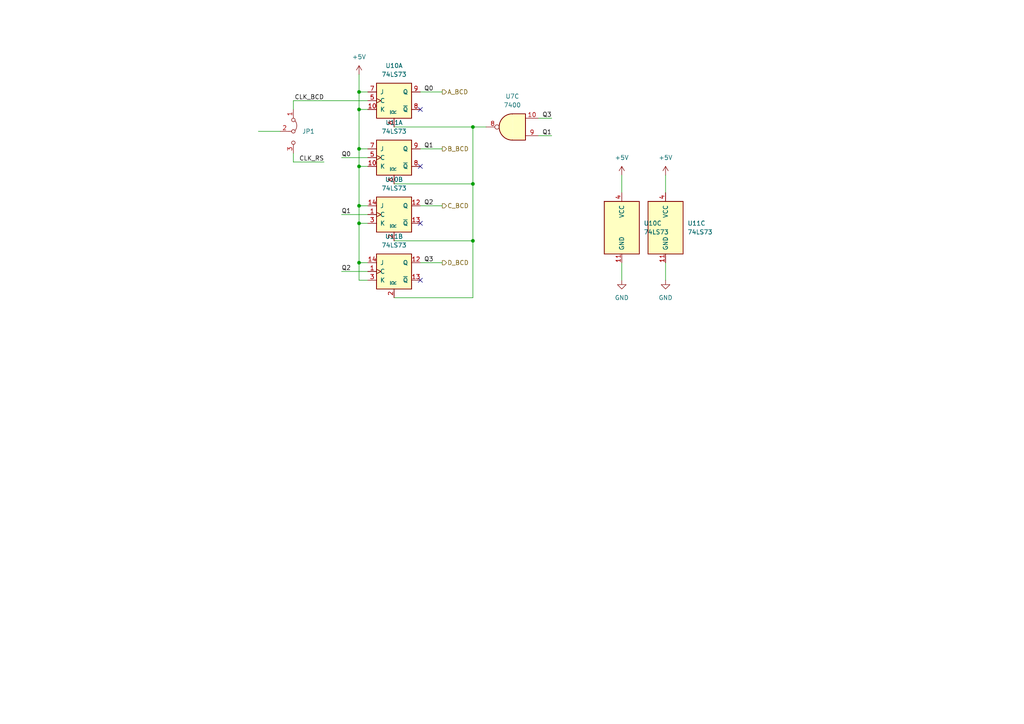
<source format=kicad_sch>
(kicad_sch (version 20230121) (generator eeschema)
  (paper "A4")
  (lib_symbols
    (symbol "74xx:7400" (pin_names (offset 1.016))
      (property "Reference" "U" (at 0 1.27 0))
      (property "Value" "7400" (at 0 -1.27 0))
      (symbol "7400_1_1"
        (arc (start 0 -3.81) (mid 3.7934 0) (end 0 3.81) (stroke (width 0.254)) (fill (type background)))
        (polyline (pts (xy 0 3.81) (xy -3.81 3.81) (xy -3.81 -3.81) (xy 0 -3.81)) (stroke (width 0.254)) (fill (type background)))
        (pin input line (at -7.62 2.54 0) (length 3.81) (name "~") (number "1"))
        (pin input line (at -7.62 -2.54 0) (length 3.81) (name "~") (number "2"))
        (pin output inverted (at 7.62 0 180) (length 3.81) (name "~") (number "3"))
      )
      (symbol "7400_1_2"
        (arc (start -3.81 -3.81) (mid -2.589 0) (end -3.81 3.81) (stroke (width 0.254)))
        (arc (start -0.6096 -3.81) (mid 2.1842 -2.5851) (end 3.81 0) (stroke (width 0.254)) (fill (type background)))
        (polyline (pts (xy -3.81 -3.81) (xy -0.635 -3.81)) (stroke (width 0.254)) (fill (type background)))
        (polyline (pts (xy -3.81 3.81) (xy -0.635 3.81)) (stroke (width 0.254)) (fill (type background)))
        (polyline (pts (xy -0.635 3.81) (xy -3.81 3.81) (xy -3.81 3.81) (xy -3.556 3.4036) (xy -3.0226 2.2606) (xy -2.6924 1.0414) (xy -2.6162 -0.254) (xy -2.7686 -1.4986) (xy -3.175 -2.7178) (xy -3.81 -3.81) (xy -3.81 -3.81) (xy -0.635 -3.81)) (stroke (width -25.4)) (fill (type background)))
        (arc (start 3.81 0) (mid 2.1915 2.5936) (end -0.6096 3.81) (stroke (width 0.254)) (fill (type background)))
        (pin input inverted (at -7.62 2.54 0) (length 4.318) (name "~") (number "1"))
        (pin input inverted (at -7.62 -2.54 0) (length 4.318) (name "~") (number "2"))
        (pin output line (at 7.62 0 180) (length 3.81) (name "~") (number "3"))
      )
      (symbol "7400_2_1"
        (arc (start 0 -3.81) (mid 3.7934 0) (end 0 3.81) (stroke (width 0.254)) (fill (type background)))
        (polyline (pts (xy 0 3.81) (xy -3.81 3.81) (xy -3.81 -3.81) (xy 0 -3.81)) (stroke (width 0.254)) (fill (type background)))
        (pin input line (at -7.62 2.54 0) (length 3.81) (name "~") (number "4"))
        (pin input line (at -7.62 -2.54 0) (length 3.81) (name "~") (number "5"))
        (pin output inverted (at 7.62 0 180) (length 3.81) (name "~") (number "6"))
      )
      (symbol "7400_2_2"
        (arc (start -3.81 -3.81) (mid -2.589 0) (end -3.81 3.81) (stroke (width 0.254)))
        (arc (start -0.6096 -3.81) (mid 2.1842 -2.5851) (end 3.81 0) (stroke (width 0.254)) (fill (type background)))
        (polyline (pts (xy -3.81 -3.81) (xy -0.635 -3.81)) (stroke (width 0.254)) (fill (type background)))
        (polyline (pts (xy -3.81 3.81) (xy -0.635 3.81)) (stroke (width 0.254)) (fill (type background)))
        (polyline (pts (xy -0.635 3.81) (xy -3.81 3.81) (xy -3.81 3.81) (xy -3.556 3.4036) (xy -3.0226 2.2606) (xy -2.6924 1.0414) (xy -2.6162 -0.254) (xy -2.7686 -1.4986) (xy -3.175 -2.7178) (xy -3.81 -3.81) (xy -3.81 -3.81) (xy -0.635 -3.81)) (stroke (width -25.4)) (fill (type background)))
        (arc (start 3.81 0) (mid 2.1915 2.5936) (end -0.6096 3.81) (stroke (width 0.254)) (fill (type background)))
        (pin input inverted (at -7.62 2.54 0) (length 4.318) (name "~") (number "4"))
        (pin input inverted (at -7.62 -2.54 0) (length 4.318) (name "~") (number "5"))
        (pin output line (at 7.62 0 180) (length 3.81) (name "~") (number "6"))
      )
      (symbol "7400_3_1"
        (arc (start 0 -3.81) (mid 3.7934 0) (end 0 3.81) (stroke (width 0.254)) (fill (type background)))
        (polyline (pts (xy 0 3.81) (xy -3.81 3.81) (xy -3.81 -3.81) (xy 0 -3.81)) (stroke (width 0.254)) (fill (type background)))
        (pin input line (at -7.62 -2.54 0) (length 3.81) (name "~") (number "10"))
        (pin output inverted (at 7.62 0 180) (length 3.81) (name "~") (number "8"))
        (pin input line (at -7.62 2.54 0) (length 3.81) (name "~") (number "9"))
      )
      (symbol "7400_3_2"
        (arc (start -3.81 -3.81) (mid -2.589 0) (end -3.81 3.81) (stroke (width 0.254)))
        (arc (start -0.6096 -3.81) (mid 2.1842 -2.5851) (end 3.81 0) (stroke (width 0.254)) (fill (type background)))
        (polyline (pts (xy -3.81 -3.81) (xy -0.635 -3.81)) (stroke (width 0.254)) (fill (type background)))
        (polyline (pts (xy -3.81 3.81) (xy -0.635 3.81)) (stroke (width 0.254)) (fill (type background)))
        (polyline (pts (xy -0.635 3.81) (xy -3.81 3.81) (xy -3.81 3.81) (xy -3.556 3.4036) (xy -3.0226 2.2606) (xy -2.6924 1.0414) (xy -2.6162 -0.254) (xy -2.7686 -1.4986) (xy -3.175 -2.7178) (xy -3.81 -3.81) (xy -3.81 -3.81) (xy -0.635 -3.81)) (stroke (width -25.4)) (fill (type background)))
        (arc (start 3.81 0) (mid 2.1915 2.5936) (end -0.6096 3.81) (stroke (width 0.254)) (fill (type background)))
        (pin input inverted (at -7.62 -2.54 0) (length 4.318) (name "~") (number "10"))
        (pin output line (at 7.62 0 180) (length 3.81) (name "~") (number "8"))
        (pin input inverted (at -7.62 2.54 0) (length 4.318) (name "~") (number "9"))
      )
      (symbol "7400_4_1"
        (arc (start 0 -3.81) (mid 3.7934 0) (end 0 3.81) (stroke (width 0.254)) (fill (type background)))
        (polyline (pts (xy 0 3.81) (xy -3.81 3.81) (xy -3.81 -3.81) (xy 0 -3.81)) (stroke (width 0.254)) (fill (type background)))
        (pin output inverted (at 7.62 0 180) (length 3.81) (name "~") (number "11"))
        (pin input line (at -7.62 2.54 0) (length 3.81) (name "~") (number "12"))
        (pin input line (at -7.62 -2.54 0) (length 3.81) (name "~") (number "13"))
      )
      (symbol "7400_4_2"
        (arc (start -3.81 -3.81) (mid -2.589 0) (end -3.81 3.81) (stroke (width 0.254)))
        (arc (start -0.6096 -3.81) (mid 2.1842 -2.5851) (end 3.81 0) (stroke (width 0.254)) (fill (type background)))
        (polyline (pts (xy -3.81 -3.81) (xy -0.635 -3.81)) (stroke (width 0.254)) (fill (type background)))
        (polyline (pts (xy -3.81 3.81) (xy -0.635 3.81)) (stroke (width 0.254)) (fill (type background)))
        (polyline (pts (xy -0.635 3.81) (xy -3.81 3.81) (xy -3.81 3.81) (xy -3.556 3.4036) (xy -3.0226 2.2606) (xy -2.6924 1.0414) (xy -2.6162 -0.254) (xy -2.7686 -1.4986) (xy -3.175 -2.7178) (xy -3.81 -3.81) (xy -3.81 -3.81) (xy -0.635 -3.81)) (stroke (width -25.4)) (fill (type background)))
        (arc (start 3.81 0) (mid 2.1915 2.5936) (end -0.6096 3.81) (stroke (width 0.254)) (fill (type background)))
        (pin output line (at 7.62 0 180) (length 3.81) (name "~") (number "11"))
        (pin input inverted (at -7.62 2.54 0) (length 4.318) (name "~") (number "12"))
        (pin input inverted (at -7.62 -2.54 0) (length 4.318) (name "~") (number "13"))
      )
      (symbol "7400_5_0"
        (pin power_in line (at 0 12.7 270) (length 5.08) (name "VCC") (number "14"))
        (pin power_in line (at 0 -12.7 90) (length 5.08) (name "GND") (number "7"))
      )
      (symbol "7400_5_1"
        (rectangle (start -5.08 7.62) (end 5.08 -7.62) (stroke (width 0.254)) (fill (type background)))
      )
    )
    (symbol "74xx:74LS73" (pin_names (offset 1.016))
      (property "Reference" "U" (at -7.62 8.89 0))
      (property "Value" "74LS73" (at -7.62 -8.89 0))
      (symbol "74LS73_1_0"
        (pin input line (at -7.62 -2.54 0) (length 2.54) (name "K") (number "10"))
        (pin input clock (at -7.62 0 0) (length 2.54) (name "C") (number "5"))
        (pin input line (at 0 -7.62 90) (length 2.54) (name "~{R}") (number "6"))
        (pin input line (at -7.62 2.54 0) (length 2.54) (name "J") (number "7"))
        (pin output line (at 7.62 -2.54 180) (length 2.54) (name "~{Q}") (number "8"))
        (pin output line (at 7.62 2.54 180) (length 2.54) (name "Q") (number "9"))
      )
      (symbol "74LS73_1_1"
        (rectangle (start -5.08 5.08) (end 5.08 -5.08) (stroke (width 0.254)) (fill (type background)))
      )
      (symbol "74LS73_2_0"
        (pin input clock (at -7.62 0 0) (length 2.54) (name "C") (number "1"))
        (pin output line (at 7.62 2.54 180) (length 2.54) (name "Q") (number "12"))
        (pin output line (at 7.62 -2.54 180) (length 2.54) (name "~{Q}") (number "13"))
        (pin input line (at -7.62 2.54 0) (length 2.54) (name "J") (number "14"))
        (pin input line (at 0 -7.62 90) (length 2.54) (name "~{R}") (number "2"))
        (pin input line (at -7.62 -2.54 0) (length 2.54) (name "K") (number "3"))
      )
      (symbol "74LS73_2_1"
        (rectangle (start -5.08 5.08) (end 5.08 -5.08) (stroke (width 0.254)) (fill (type background)))
      )
      (symbol "74LS73_3_0"
        (pin power_in line (at 0 -10.16 90) (length 2.54) (name "GND") (number "11"))
        (pin power_in line (at 0 10.16 270) (length 2.54) (name "VCC") (number "4"))
      )
      (symbol "74LS73_3_1"
        (rectangle (start -5.08 7.62) (end 5.08 -7.62) (stroke (width 0.254)) (fill (type background)))
      )
    )
    (symbol "Jumper:Jumper_3_Bridged12" (pin_names (offset 0) hide)
      (property "Reference" "JP" (at -2.54 -2.54 0))
      (property "Value" "Jumper_3_Bridged12" (at 0 2.794 0))
      (symbol "Jumper_3_Bridged12_0_0"
        (circle (center -3.302 0) (radius 0.508))
        (circle (center 0 0) (radius 0.508))
        (circle (center 3.302 0) (radius 0.508))
      )
      (symbol "Jumper_3_Bridged12_0_1"
        (arc (start -0.254 0.508) (mid -1.651 0.9912) (end -3.048 0.508))
        (polyline (pts (xy 0 -1.27) (xy 0 -0.508)))
      )
      (symbol "Jumper_3_Bridged12_1_1"
        (pin passive line (at -6.35 0 0) (length 2.54) (name "A") (number "1"))
        (pin passive line (at 0 -3.81 90) (length 2.54) (name "C") (number "2"))
        (pin passive line (at 6.35 0 180) (length 2.54) (name "B") (number "3"))
      )
    )
    (symbol "power:+5V" (power) (pin_names (offset 0))
      (property "Value" "+5V" (at 0 3.556 0))
      (symbol "+5V_0_1"
        (polyline (pts (xy -0.762 1.27) (xy 0 2.54)))
        (polyline (pts (xy 0 0) (xy 0 2.54)))
        (polyline (pts (xy 0 2.54) (xy 0.762 1.27)))
      )
      (symbol "+5V_1_1"
        (pin power_in line (at 0 0 90) (length 0) hide (name "+5V") (number "1"))
      )
    )
    (symbol "power:GND" (power) (pin_names (offset 0))
      (property "Value" "GND" (at 0 -3.81 0))
      (symbol "GND_0_1"
        (polyline (pts (xy 0 0) (xy 0 -1.27) (xy 1.27 -1.27) (xy 0 -2.54) (xy -1.27 -1.27) (xy 0 -1.27)))
      )
      (symbol "GND_1_1"
        (pin power_in line (at 0 0 270) (length 0) hide (name "GND") (number "1"))
      )
    )
  )
  (junction (at 104.14 64.77))
  (junction (at 104.14 59.69))
  (junction (at 104.14 76.2))
  (junction (at 104.14 26.67))
  (junction (at 104.14 43.18))
  (junction (at 137.16 69.85))
  (junction (at 137.16 53.34))
  (junction (at 104.14 48.26))
  (junction (at 104.14 31.75))
  (junction (at 137.16 36.83))
  (no_connect (at 121.92 81.28))
  (no_connect (at 121.92 31.75))
  (no_connect (at 121.92 64.77))
  (no_connect (at 121.92 48.26))
  (wire (pts (xy 104.14 21.59) (xy 104.14 26.67)))
  (wire (pts (xy 193.04 76.2) (xy 193.04 81.28)))
  (wire (pts (xy 104.14 64.77) (xy 104.14 76.2)))
  (wire (pts (xy 99.06 45.72) (xy 106.68 45.72)))
  (wire (pts (xy 99.06 62.23) (xy 106.68 62.23)))
  (wire (pts (xy 104.14 31.75) (xy 104.14 43.18)))
  (wire (pts (xy 180.34 76.2) (xy 180.34 81.28)))
  (wire (pts (xy 193.04 50.8) (xy 193.04 55.88)))
  (wire (pts (xy 104.14 76.2) (xy 104.14 81.28)))
  (wire (pts (xy 180.34 50.8) (xy 180.34 55.88)))
  (wire (pts (xy 137.16 53.34) (xy 114.3 53.34)))
  (wire (pts (xy 104.14 59.69) (xy 106.68 59.69)))
  (wire (pts (xy 104.14 64.77) (xy 106.68 64.77)))
  (wire (pts (xy 104.14 76.2) (xy 106.68 76.2)))
  (wire (pts (xy 121.92 43.18) (xy 128.27 43.18)))
  (wire (pts (xy 104.14 48.26) (xy 106.68 48.26)))
  (wire (pts (xy 104.14 26.67) (xy 106.68 26.67)))
  (wire (pts (xy 104.14 48.26) (xy 104.14 59.69)))
  (wire (pts (xy 74.93 38.1) (xy 81.28 38.1)))
  (wire (pts (xy 85.09 44.45) (xy 85.09 46.99)))
  (wire (pts (xy 104.14 26.67) (xy 104.14 31.75)))
  (wire (pts (xy 137.16 69.85) (xy 114.3 69.85)))
  (wire (pts (xy 104.14 31.75) (xy 106.68 31.75)))
  (wire (pts (xy 156.21 39.37) (xy 160.02 39.37)))
  (wire (pts (xy 137.16 86.36) (xy 137.16 69.85)))
  (wire (pts (xy 104.14 59.69) (xy 104.14 64.77)))
  (wire (pts (xy 106.68 81.28) (xy 104.14 81.28)))
  (wire (pts (xy 121.92 59.69) (xy 128.27 59.69)))
  (wire (pts (xy 99.06 78.74) (xy 106.68 78.74)))
  (wire (pts (xy 156.21 34.29) (xy 160.02 34.29)))
  (wire (pts (xy 104.14 43.18) (xy 104.14 48.26)))
  (wire (pts (xy 137.16 36.83) (xy 140.97 36.83)))
  (wire (pts (xy 121.92 26.67) (xy 128.27 26.67)))
  (wire (pts (xy 137.16 36.83) (xy 137.16 53.34)))
  (wire (pts (xy 114.3 36.83) (xy 137.16 36.83)))
  (wire (pts (xy 104.14 43.18) (xy 106.68 43.18)))
  (wire (pts (xy 85.09 29.21) (xy 106.68 29.21)))
  (wire (pts (xy 114.3 86.36) (xy 137.16 86.36)))
  (wire (pts (xy 85.09 29.21) (xy 85.09 31.75)))
  (wire (pts (xy 85.09 46.99) (xy 93.98 46.99)))
  (wire (pts (xy 121.92 76.2) (xy 128.27 76.2)))
  (wire (pts (xy 137.16 53.34) (xy 137.16 69.85)))
  (label "CLK_RS" (at 93.98 46.99 180))
  (label "Q1" (at 125.73 43.18 180))
  (label "Q1" (at 99.06 62.23 0))
  (label "CLK_BCD" (at 93.98 29.21 180))
  (label "Q2" (at 99.06 78.74 0))
  (label "Q3" (at 125.73 76.2 180))
  (label "Q3" (at 160.02 34.29 180))
  (label "Q0" (at 99.06 45.72 0))
  (label "Q1" (at 160.02 39.37 180))
  (label "Q0" (at 125.73 26.67 180))
  (label "Q2" (at 125.73 59.69 180))
  (hierarchical_label "C_BCD" (shape output) (at 128.27 59.69 0))
  (hierarchical_label "D_BCD" (shape output) (at 128.27 76.2 0))
  (hierarchical_label "B_BCD" (shape output) (at 128.27 43.18 0))
  (hierarchical_label "A_BCD" (shape output) (at 128.27 26.67 0))
  (symbol (lib_id "power:GND") (at 180.34 81.28 0) (unit 1)
    (property "Reference" "#PWR055" (effects hide))
    (property "Value" "GND" (at 180.34 86.36 0))
    (instances (project "preperf_10x10" (path "" (reference "#PWR055") (unit 1)) (path "" (reference "#PWR061") (unit 1))))
  )
  (symbol (lib_id "74xx:74LS73") (at 114.3 45.72 0) (unit 1)
    (property "Reference" "U11" (at 114.3 35.56 0))
    (property "Value" "74LS73" (at 114.3 38.1 0))
    (property "Datasheet" "http://www.ti.com/lit/gpn/sn74LS73" (effects hide))
    (instances (project "preperf_10x10" (path "" (reference "U11") (unit 1)) (path "" (reference "U11") (unit 1)) (path "" (reference "U15") (unit 1)) (path "" (reference "U12") (unit 1))))
  )
  (symbol (lib_id "power:+5V") (at 180.34 50.8 0) (unit 1)
    (property "Reference" "#PWR054" (effects hide))
    (property "Value" "+5V" (at 180.34 45.72 0))
    (instances (project "preperf_10x10" (path "" (reference "#PWR054") (unit 1)) (path "" (reference "#PWR060") (unit 1))))
  )
  (symbol (lib_id "power:GND") (at 193.04 81.28 0) (unit 1)
    (property "Reference" "#PWR057" (effects hide))
    (property "Value" "GND" (at 193.04 86.36 0))
    (instances (project "preperf_10x10" (path "" (reference "#PWR057") (unit 1)) (path "" (reference "#PWR063") (unit 1))))
  )
  (symbol (lib_id "74xx:7400") (at 148.59 36.83 180) (unit 3)
    (property "Reference" "U7" (at 148.5983 27.94 0))
    (property "Value" "7400" (at 148.5983 30.48 0))
    (property "Footprint" "Package_DIP:DIP-14_W7.62mm_Socket" (effects hide))
    (property "Datasheet" "http://www.ti.com/lit/gpn/sn7400" (effects hide))
    (instances (project "preperf_10x10" (path "" (reference "U7") (unit 3)) (path "" (reference "U16") (unit 3)) (path "" (reference "U6") (unit 3))))
  )
  (symbol (lib_id "Jumper:Jumper_3_Bridged12") (at 85.09 38.1 270) (unit 1)
    (property "Reference" "JP1" (at 87.63 38.1 90) (effects (justify left)))
    (property "Value" "Jumper_3_Bridged12" (effects hide))
    (instances (project "preperf_10x10" (path "" (reference "JP1") (unit 1)) (path "" (reference "JP4") (unit 1)) (path "" (reference "JP3") (unit 1))))
  )
  (symbol (lib_id "74xx:74LS73") (at 114.3 78.74 0) (unit 2)
    (property "Reference" "U11" (at 114.3 68.58 0))
    (property "Value" "74LS73" (at 114.3 71.12 0))
    (property "Datasheet" "http://www.ti.com/lit/gpn/sn74LS73" (effects hide))
    (instances (project "preperf_10x10" (path "" (reference "U11") (unit 2)) (path "" (reference "U11") (unit 2)) (path "" (reference "U15") (unit 2)) (path "" (reference "U12") (unit 2))))
  )
  (symbol (lib_id "74xx:74LS73") (at 114.3 62.23 0) (unit 2)
    (property "Reference" "U10" (at 114.3 52.07 0))
    (property "Value" "74LS73" (at 114.3 54.61 0))
    (property "Datasheet" "http://www.ti.com/lit/gpn/sn74LS73" (effects hide))
    (instances (project "preperf_10x10" (path "" (reference "U10") (unit 2)) (path "" (reference "U10") (unit 2)) (path "" (reference "U14") (unit 2)) (path "" (reference "U11") (unit 2))))
  )
  (symbol (lib_id "74xx:74LS73") (at 193.04 66.04 0) (unit 3)
    (property "Reference" "U11" (at 199.39 64.77 0) (effects (justify left)))
    (property "Value" "74LS73" (at 199.39 67.31 0) (effects (justify left)))
    (property "Datasheet" "http://www.ti.com/lit/gpn/sn74LS73" (effects hide))
    (instances (project "preperf_10x10" (path "" (reference "U11") (unit 3)) (path "" (reference "U11") (unit 3)) (path "" (reference "U12") (unit 3))))
  )
  (symbol (lib_id "74xx:74LS73") (at 114.3 29.21 0) (unit 1)
    (property "Reference" "U10" (at 114.3 19.05 0))
    (property "Value" "74LS73" (at 114.3 21.59 0))
    (property "Datasheet" "http://www.ti.com/lit/gpn/sn74LS73" (effects hide))
    (instances (project "preperf_10x10" (path "" (reference "U10") (unit 1)) (path "" (reference "U10") (unit 1)) (path "" (reference "U14") (unit 1)) (path "" (reference "U11") (unit 1))))
  )
  (symbol (lib_id "74xx:74LS73") (at 180.34 66.04 0) (unit 3)
    (property "Reference" "U10" (at 186.69 64.77 0) (effects (justify left)))
    (property "Value" "74LS73" (at 186.69 67.31 0) (effects (justify left)))
    (property "Datasheet" "http://www.ti.com/lit/gpn/sn74LS73" (effects hide))
    (instances (project "preperf_10x10" (path "" (reference "U10") (unit 3)) (path "" (reference "U10") (unit 3)) (path "" (reference "U11") (unit 3))))
  )
  (symbol (lib_id "power:+5V") (at 193.04 50.8 0) (unit 1)
    (property "Reference" "#PWR056" (effects hide))
    (property "Value" "+5V" (at 193.04 45.72 0))
    (instances (project "preperf_10x10" (path "" (reference "#PWR056") (unit 1)) (path "" (reference "#PWR062") (unit 1))))
  )
  (symbol (lib_id "power:+5V") (at 104.14 21.59 0) (unit 1)
    (property "Reference" "#PWR061" (effects hide))
    (property "Value" "+5V" (at 104.14 16.51 0))
    (instances (project "preperf_10x10" (path "" (reference "#PWR061") (unit 1)) (path "" (reference "#PWR067") (unit 1)) (path "" (reference "#PWR059") (unit 1))))
  )
)
</source>
